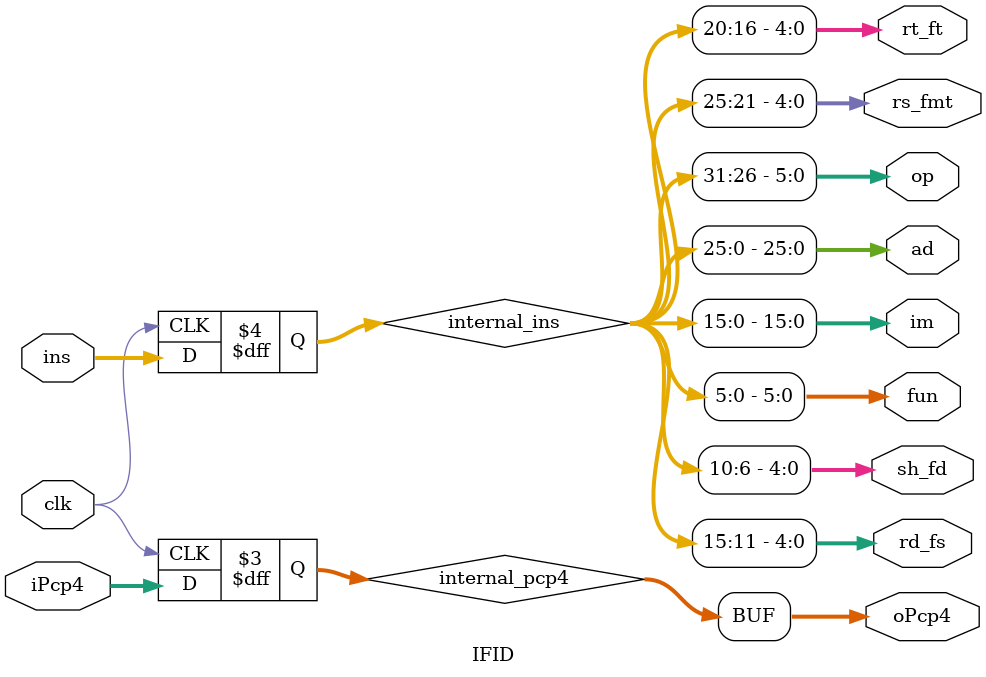
<source format=v>
module IFID(clk, iPcp4, ins, oPcp4, op, rs_fmt, rt_ft, rd_fs, sh_fd, fun, im, ad);
    input clk;
    input [31:0] iPcp4;
    input [31:0] ins;
    output [31:0] oPcp4;
    output [5:0] op;
    output [4:0] rs_fmt;
    output [4:0] rt_ft;
    output [4:0] rd_fs;
    output [4:0] sh_fd;
    output [5:0] fun;
    output [15:0] im;
    output [25:0] ad;

    reg [31:0] internal_pcp4;
    reg [31:0] internal_ins;

    assign oPcp4 = internal_pcp4;
    assign op = internal_ins[31:26];
    assign rs_fmt = internal_ins[25:21];
    assign rt_ft = internal_ins[20:16];
    assign rd_fs = internal_ins[15:11];
    assign sh_fd = internal_ins[10:6];
    assign fun = internal_ins[5:0];
    assign im = internal_ins[15:0];
    assign ad = internal_ins[25:0];


    initial begin
        internal_pcp4 = 32'b0;
        internal_ins = 32'b0;   
    end

    always @(posedge clk) begin
			
        internal_pcp4 <= iPcp4;
        internal_ins <= ins;
    end

endmodule

</source>
